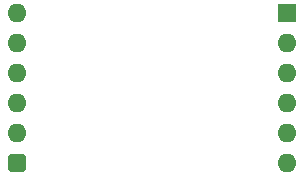
<source format=gbs>
%TF.GenerationSoftware,KiCad,Pcbnew,8.0.4*%
%TF.CreationDate,2024-08-08T09:09:50+02:00*%
%TF.ProjectId,Clock Transition,436c6f63-6b20-4547-9261-6e736974696f,V1*%
%TF.SameCoordinates,PX525bfc0PY43d3480*%
%TF.FileFunction,Soldermask,Bot*%
%TF.FilePolarity,Negative*%
%FSLAX46Y46*%
G04 Gerber Fmt 4.6, Leading zero omitted, Abs format (unit mm)*
G04 Created by KiCad (PCBNEW 8.0.4) date 2024-08-08 09:09:50*
%MOMM*%
%LPD*%
G01*
G04 APERTURE LIST*
G04 Aperture macros list*
%AMRoundRect*
0 Rectangle with rounded corners*
0 $1 Rounding radius*
0 $2 $3 $4 $5 $6 $7 $8 $9 X,Y pos of 4 corners*
0 Add a 4 corners polygon primitive as box body*
4,1,4,$2,$3,$4,$5,$6,$7,$8,$9,$2,$3,0*
0 Add four circle primitives for the rounded corners*
1,1,$1+$1,$2,$3*
1,1,$1+$1,$4,$5*
1,1,$1+$1,$6,$7*
1,1,$1+$1,$8,$9*
0 Add four rect primitives between the rounded corners*
20,1,$1+$1,$2,$3,$4,$5,0*
20,1,$1+$1,$4,$5,$6,$7,0*
20,1,$1+$1,$6,$7,$8,$9,0*
20,1,$1+$1,$8,$9,$2,$3,0*%
G04 Aperture macros list end*
%ADD10O,1.600000X1.600000*%
%ADD11RoundRect,0.400000X-0.400000X-0.400000X0.400000X-0.400000X0.400000X0.400000X-0.400000X0.400000X0*%
%ADD12R,1.600000X1.600000*%
G04 APERTURE END LIST*
D10*
%TO.C,J1*%
X0Y0D03*
X0Y-2540000D03*
X0Y-5080000D03*
X0Y-7620000D03*
X0Y-10160000D03*
D11*
X0Y-12700000D03*
D10*
X22860000Y-12700000D03*
X22860000Y-10160000D03*
X22860000Y-7620000D03*
X22860000Y-5080000D03*
X22860000Y-2540000D03*
D12*
X22860000Y0D03*
%TD*%
M02*

</source>
